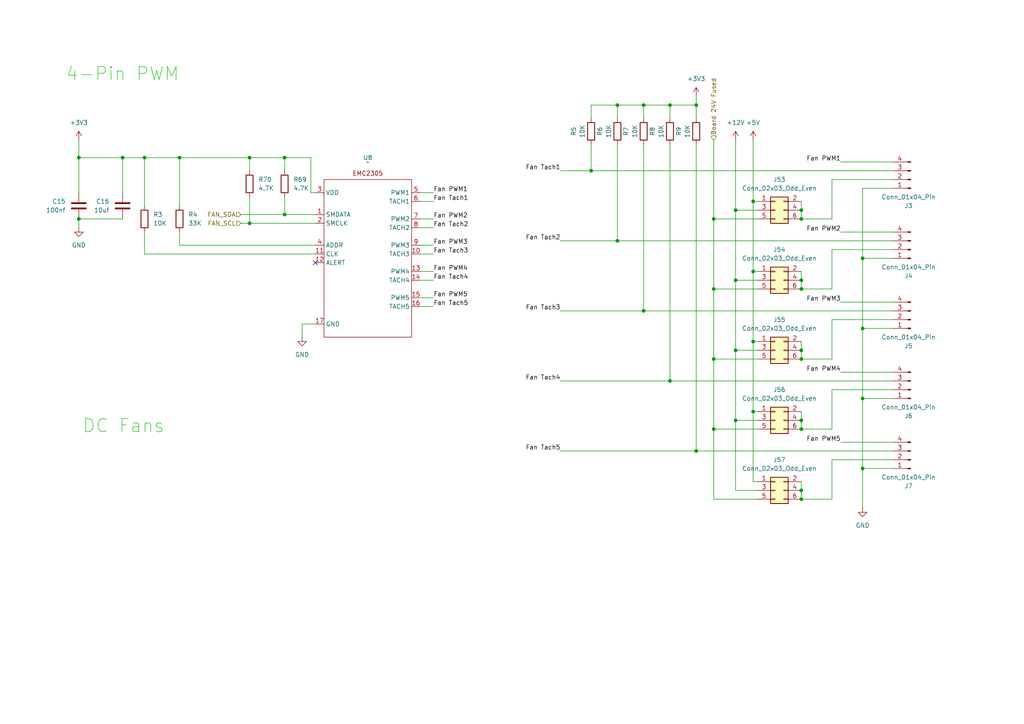
<source format=kicad_sch>
(kicad_sch (version 20231120) (generator "eeschema") (generator_version "8.0")
  (paper "A4")
  (lib_symbols
    (symbol "Connector:Conn_01x04_Pin" (pin_names (offset 1.016) hide)
      (property "Reference" "J" (at 0 5.08 0))
      (property "Value" "Conn_01x04_Pin" (at 0 -7.62 0))
      (symbol "Conn_01x04_Pin_1_1"
        (polyline (pts (xy 1.27 -5.08) (xy 0.8636 -5.08)) (stroke (width 0.1524)))
        (polyline (pts (xy 1.27 -2.54) (xy 0.8636 -2.54)) (stroke (width 0.1524)))
        (polyline (pts (xy 1.27 0) (xy 0.8636 0)) (stroke (width 0.1524)))
        (polyline (pts (xy 1.27 2.54) (xy 0.8636 2.54)) (stroke (width 0.1524)))
        (rectangle (start 0.8636 -4.953) (end 0 -5.207) (stroke (width 0.1524)) (fill (type outline)))
        (rectangle (start 0.8636 -2.413) (end 0 -2.667) (stroke (width 0.1524)) (fill (type outline)))
        (rectangle (start 0.8636 0.127) (end 0 -0.127) (stroke (width 0.1524)) (fill (type outline)))
        (rectangle (start 0.8636 2.667) (end 0 2.413) (stroke (width 0.1524)) (fill (type outline)))
        (pin passive line (at 5.08 2.54 180) (length 3.81) (name "Pin_1") (number "1"))
        (pin passive line (at 5.08 0 180) (length 3.81) (name "Pin_2") (number "2"))
        (pin passive line (at 5.08 -2.54 180) (length 3.81) (name "Pin_3") (number "3"))
        (pin passive line (at 5.08 -5.08 180) (length 3.81) (name "Pin_4") (number "4"))
      )
    )
    (symbol "Connector_Generic:Conn_02x03_Odd_Even" (pin_names (offset 1.016) hide)
      (property "Reference" "J" (at 1.27 5.08 0))
      (property "Value" "Conn_02x03_Odd_Even" (at 1.27 -5.08 0))
      (symbol "Conn_02x03_Odd_Even_1_1"
        (rectangle (start -1.27 -2.413) (end 0 -2.667) (stroke (width 0.1524)))
        (rectangle (start -1.27 0.127) (end 0 -0.127) (stroke (width 0.1524)))
        (rectangle (start -1.27 2.667) (end 0 2.413) (stroke (width 0.1524)))
        (rectangle (start -1.27 3.81) (end 3.81 -3.81) (stroke (width 0.254)) (fill (type background)))
        (rectangle (start 3.81 -2.413) (end 2.54 -2.667) (stroke (width 0.1524)))
        (rectangle (start 3.81 0.127) (end 2.54 -0.127) (stroke (width 0.1524)))
        (rectangle (start 3.81 2.667) (end 2.54 2.413) (stroke (width 0.1524)))
        (pin passive line (at -5.08 2.54 0) (length 3.81) (name "Pin_1") (number "1"))
        (pin passive line (at 7.62 2.54 180) (length 3.81) (name "Pin_2") (number "2"))
        (pin passive line (at -5.08 0 0) (length 3.81) (name "Pin_3") (number "3"))
        (pin passive line (at 7.62 0 180) (length 3.81) (name "Pin_4") (number "4"))
        (pin passive line (at -5.08 -2.54 0) (length 3.81) (name "Pin_5") (number "5"))
        (pin passive line (at 7.62 -2.54 180) (length 3.81) (name "Pin_6") (number "6"))
      )
    )
    (symbol "Device:C" (pin_numbers hide) (pin_names (offset 0.254))
      (property "Reference" "C" (at 0.635 2.54 0))
      (property "Value" "C" (at 0.635 -2.54 0))
      (symbol "C_0_1"
        (polyline (pts (xy -2.032 -0.762) (xy 2.032 -0.762)) (stroke (width 0.508)))
        (polyline (pts (xy -2.032 0.762) (xy 2.032 0.762)) (stroke (width 0.508)))
      )
      (symbol "C_1_1"
        (pin passive line (at 0 3.81 270) (length 2.794) (name "~") (number "1"))
        (pin passive line (at 0 -3.81 90) (length 2.794) (name "~") (number "2"))
      )
    )
    (symbol "Device:R" (pin_numbers hide) (pin_names (offset 0))
      (property "Reference" "R" (at 2.032 0 90))
      (property "Value" "R" (at 0 0 90))
      (symbol "R_0_1"
        (rectangle (start -1.016 -2.54) (end 1.016 2.54) (stroke (width 0.254)))
      )
      (symbol "R_1_1"
        (pin passive line (at 0 3.81 270) (length 1.27) (name "~") (number "1"))
        (pin passive line (at 0 -3.81 90) (length 1.27) (name "~") (number "2"))
      )
    )
    (symbol "EMC2305:EMC2305"
      (property "Reference" "U" (at 0 11.43 0))
      (symbol "EMC2305_0_1"
        (rectangle (start -12.7 7.62) (end 12.7 -38.1))
      )
      (symbol "EMC2305_1_1"
        (text "EMC2305" (at 0 9.398 0) (effects (font (size 1.27 1.27))))
        (pin bidirectional line (at -15.24 -2.54 0) (length 2.54) (name "SMDATA") (number "1"))
        (pin input line (at 15.24 -13.97 180) (length 2.54) (name "TACH3") (number "10"))
        (pin output line (at -15.24 -13.97 0) (length 2.54) (name "CLK") (number "11"))
        (pin output line (at -15.24 -16.51 0) (length 2.54) (name "ALERT") (number "12"))
        (pin output line (at 15.24 -19.05 180) (length 2.54) (name "PWM4") (number "13"))
        (pin input line (at 15.24 -21.59 180) (length 2.54) (name "TACH4") (number "14"))
        (pin output line (at 15.24 -26.67 180) (length 2.54) (name "PWM5") (number "15"))
        (pin input line (at 15.24 -29.21 180) (length 2.54) (name "TACH5") (number "16"))
        (pin output line (at -15.24 -34.29 0) (length 2.54) (name "GND") (number "17"))
        (pin input line (at -15.24 -5.08 0) (length 2.54) (name "SMCLK") (number "2"))
        (pin input line (at -15.24 3.81 0) (length 2.54) (name "VDD") (number "3"))
        (pin input line (at -15.24 -11.43 0) (length 2.54) (name "ADDR") (number "4"))
        (pin output line (at 15.24 3.81 180) (length 2.54) (name "PWM1") (number "5"))
        (pin input line (at 15.24 1.27 180) (length 2.54) (name "TACH1") (number "6"))
        (pin output line (at 15.24 -3.81 180) (length 2.54) (name "PWM2") (number "7"))
        (pin input line (at 15.24 -6.35 180) (length 2.54) (name "TACH2") (number "8"))
        (pin output line (at 15.24 -11.43 180) (length 2.54) (name "PWM3") (number "9"))
      )
    )
    (symbol "power:+12V" (power) (pin_numbers hide) (pin_names (offset 0) hide)
      (property "Value" "+12V" (at 0 3.556 0))
      (symbol "+12V_0_1"
        (polyline (pts (xy -0.762 1.27) (xy 0 2.54)))
        (polyline (pts (xy 0 0) (xy 0 2.54)))
        (polyline (pts (xy 0 2.54) (xy 0.762 1.27)))
      )
      (symbol "+12V_1_1"
        (pin power_in line (at 0 0 90) (length 0) (name "~") (number "1"))
      )
    )
    (symbol "power:+3V3" (power) (pin_numbers hide) (pin_names (offset 0) hide)
      (property "Value" "+3V3" (at 0 3.556 0))
      (symbol "+3V3_0_1"
        (polyline (pts (xy -0.762 1.27) (xy 0 2.54)))
        (polyline (pts (xy 0 0) (xy 0 2.54)))
        (polyline (pts (xy 0 2.54) (xy 0.762 1.27)))
      )
      (symbol "+3V3_1_1"
        (pin power_in line (at 0 0 90) (length 0) (name "~") (number "1"))
      )
    )
    (symbol "power:+5V" (power) (pin_numbers hide) (pin_names (offset 0) hide)
      (property "Value" "+5V" (at 0 3.556 0))
      (symbol "+5V_0_1"
        (polyline (pts (xy -0.762 1.27) (xy 0 2.54)))
        (polyline (pts (xy 0 0) (xy 0 2.54)))
        (polyline (pts (xy 0 2.54) (xy 0.762 1.27)))
      )
      (symbol "+5V_1_1"
        (pin power_in line (at 0 0 90) (length 0) (name "~") (number "1"))
      )
    )
    (symbol "power:GND" (power) (pin_numbers hide) (pin_names (offset 0) hide)
      (property "Value" "GND" (at 0 -3.81 0))
      (symbol "GND_0_1"
        (polyline (pts (xy 0 0) (xy 0 -1.27) (xy 1.27 -1.27) (xy 0 -2.54) (xy -1.27 -1.27) (xy 0 -1.27)))
      )
      (symbol "GND_1_1"
        (pin power_in line (at 0 0 270) (length 0) (name "~") (number "1"))
      )
    )
  )
  (junction (at 213.36 60.96))
  (junction (at 186.69 90.17))
  (junction (at 250.19 115.57))
  (junction (at 250.19 95.25))
  (junction (at 250.19 74.93))
  (junction (at 201.93 30.48))
  (junction (at 22.86 63.5))
  (junction (at 22.86 45.72))
  (junction (at 194.31 30.48))
  (junction (at 232.41 101.6))
  (junction (at 207.01 83.82))
  (junction (at 72.39 64.77))
  (junction (at 171.45 49.53))
  (junction (at 232.41 121.92))
  (junction (at 82.55 62.23))
  (junction (at 41.91 45.72))
  (junction (at 232.41 124.46))
  (junction (at 213.36 101.6))
  (junction (at 194.31 110.49))
  (junction (at 207.01 104.14))
  (junction (at 186.69 30.48))
  (junction (at 218.44 99.06))
  (junction (at 232.41 104.14))
  (junction (at 201.93 130.81))
  (junction (at 179.07 69.85))
  (junction (at 179.07 30.48))
  (junction (at 232.41 63.5))
  (junction (at 232.41 144.78))
  (junction (at 218.44 58.42))
  (junction (at 213.36 81.28))
  (junction (at 35.56 45.72))
  (junction (at 218.44 119.38))
  (junction (at 232.41 60.96))
  (junction (at 207.01 124.46))
  (junction (at 72.39 45.72))
  (junction (at 250.19 135.89))
  (junction (at 207.01 63.5))
  (junction (at 232.41 142.24))
  (junction (at 213.36 121.92))
  (junction (at 52.07 45.72))
  (junction (at 232.41 83.82))
  (junction (at 218.44 78.74))
  (junction (at 232.41 81.28))
  (junction (at 82.55 45.72))
  (no_connect (at 91.44 76.2))
  (wire (pts (xy 243.84 87.63) (xy 259.08 87.63)))
  (wire (pts (xy 179.07 30.48) (xy 186.69 30.48)))
  (wire (pts (xy 171.45 34.29) (xy 171.45 30.48)))
  (wire (pts (xy 232.41 139.7) (xy 232.41 142.24)))
  (wire (pts (xy 207.01 40.64) (xy 207.01 63.5)))
  (wire (pts (xy 121.92 58.42) (xy 125.73 58.42)))
  (wire (pts (xy 201.93 41.91) (xy 201.93 130.81)))
  (wire (pts (xy 121.92 73.66) (xy 125.73 73.66)))
  (wire (pts (xy 171.45 30.48) (xy 179.07 30.48)))
  (wire (pts (xy 22.86 40.64) (xy 22.86 45.72)))
  (wire (pts (xy 179.07 69.85) (xy 259.08 69.85)))
  (wire (pts (xy 250.19 115.57) (xy 250.19 135.89)))
  (wire (pts (xy 194.31 41.91) (xy 194.31 110.49)))
  (wire (pts (xy 201.93 30.48) (xy 201.93 34.29)))
  (wire (pts (xy 162.56 90.17) (xy 186.69 90.17)))
  (wire (pts (xy 207.01 83.82) (xy 207.01 104.14)))
  (wire (pts (xy 213.36 81.28) (xy 219.71 81.28)))
  (wire (pts (xy 69.85 64.77) (xy 72.39 64.77)))
  (wire (pts (xy 218.44 119.38) (xy 219.71 119.38)))
  (wire (pts (xy 243.84 128.27) (xy 259.08 128.27)))
  (wire (pts (xy 41.91 59.69) (xy 41.91 45.72)))
  (wire (pts (xy 207.01 83.82) (xy 219.71 83.82)))
  (wire (pts (xy 250.19 95.25) (xy 250.19 115.57)))
  (wire (pts (xy 232.41 142.24) (xy 232.41 144.78)))
  (wire (pts (xy 207.01 63.5) (xy 219.71 63.5)))
  (wire (pts (xy 52.07 45.72) (xy 52.07 59.69)))
  (wire (pts (xy 213.36 40.64) (xy 213.36 60.96)))
  (wire (pts (xy 87.63 97.79) (xy 87.63 93.98)))
  (wire (pts (xy 218.44 119.38) (xy 218.44 139.7)))
  (wire (pts (xy 121.92 88.9) (xy 125.73 88.9)))
  (wire (pts (xy 213.36 101.6) (xy 213.36 121.92)))
  (wire (pts (xy 121.92 55.88) (xy 125.73 55.88)))
  (wire (pts (xy 232.41 78.74) (xy 232.41 81.28)))
  (wire (pts (xy 162.56 110.49) (xy 194.31 110.49)))
  (wire (pts (xy 91.44 71.12) (xy 52.07 71.12)))
  (wire (pts (xy 186.69 90.17) (xy 259.08 90.17)))
  (wire (pts (xy 213.36 121.92) (xy 219.71 121.92)))
  (wire (pts (xy 22.86 45.72) (xy 22.86 55.88)))
  (wire (pts (xy 186.69 30.48) (xy 194.31 30.48)))
  (wire (pts (xy 82.55 62.23) (xy 91.44 62.23)))
  (wire (pts (xy 171.45 49.53) (xy 259.08 49.53)))
  (wire (pts (xy 250.19 135.89) (xy 250.19 147.32)))
  (wire (pts (xy 121.92 63.5) (xy 125.73 63.5)))
  (wire (pts (xy 186.69 34.29) (xy 186.69 30.48)))
  (wire (pts (xy 218.44 139.7) (xy 219.71 139.7)))
  (wire (pts (xy 241.3 63.5) (xy 241.3 52.07)))
  (wire (pts (xy 232.41 144.78) (xy 241.3 144.78)))
  (wire (pts (xy 218.44 78.74) (xy 218.44 99.06)))
  (wire (pts (xy 218.44 58.42) (xy 219.71 58.42)))
  (wire (pts (xy 41.91 73.66) (xy 41.91 67.31)))
  (wire (pts (xy 171.45 41.91) (xy 171.45 49.53)))
  (wire (pts (xy 207.01 104.14) (xy 207.01 124.46)))
  (wire (pts (xy 259.08 95.25) (xy 250.19 95.25)))
  (wire (pts (xy 243.84 46.99) (xy 259.08 46.99)))
  (wire (pts (xy 69.85 62.23) (xy 82.55 62.23)))
  (wire (pts (xy 91.44 73.66) (xy 41.91 73.66)))
  (wire (pts (xy 35.56 45.72) (xy 22.86 45.72)))
  (wire (pts (xy 218.44 40.64) (xy 218.44 58.42)))
  (wire (pts (xy 243.84 67.31) (xy 259.08 67.31)))
  (wire (pts (xy 186.69 41.91) (xy 186.69 90.17)))
  (wire (pts (xy 207.01 63.5) (xy 207.01 83.82)))
  (wire (pts (xy 72.39 45.72) (xy 82.55 45.72)))
  (wire (pts (xy 259.08 115.57) (xy 250.19 115.57)))
  (wire (pts (xy 35.56 45.72) (xy 35.56 55.88)))
  (wire (pts (xy 201.93 27.94) (xy 201.93 30.48)))
  (wire (pts (xy 52.07 71.12) (xy 52.07 67.31)))
  (wire (pts (xy 232.41 58.42) (xy 232.41 60.96)))
  (wire (pts (xy 90.17 45.72) (xy 90.17 55.88)))
  (wire (pts (xy 207.01 104.14) (xy 219.71 104.14)))
  (wire (pts (xy 121.92 71.12) (xy 125.73 71.12)))
  (wire (pts (xy 22.86 63.5) (xy 22.86 66.04)))
  (wire (pts (xy 232.41 81.28) (xy 232.41 83.82)))
  (wire (pts (xy 207.01 144.78) (xy 219.71 144.78)))
  (wire (pts (xy 241.3 133.35) (xy 259.08 133.35)))
  (wire (pts (xy 232.41 101.6) (xy 232.41 104.14)))
  (wire (pts (xy 250.19 54.61) (xy 250.19 74.93)))
  (wire (pts (xy 72.39 49.53) (xy 72.39 45.72)))
  (wire (pts (xy 90.17 55.88) (xy 91.44 55.88)))
  (wire (pts (xy 218.44 78.74) (xy 219.71 78.74)))
  (wire (pts (xy 82.55 45.72) (xy 82.55 49.53)))
  (wire (pts (xy 232.41 60.96) (xy 232.41 63.5)))
  (wire (pts (xy 82.55 45.72) (xy 90.17 45.72)))
  (wire (pts (xy 121.92 81.28) (xy 125.73 81.28)))
  (wire (pts (xy 207.01 124.46) (xy 219.71 124.46)))
  (wire (pts (xy 250.19 74.93) (xy 250.19 95.25)))
  (wire (pts (xy 201.93 130.81) (xy 259.08 130.81)))
  (wire (pts (xy 179.07 34.29) (xy 179.07 30.48)))
  (wire (pts (xy 207.01 124.46) (xy 207.01 144.78)))
  (wire (pts (xy 72.39 64.77) (xy 91.44 64.77)))
  (wire (pts (xy 35.56 45.72) (xy 41.91 45.72)))
  (wire (pts (xy 241.3 72.39) (xy 259.08 72.39)))
  (wire (pts (xy 241.3 83.82) (xy 241.3 72.39)))
  (wire (pts (xy 232.41 63.5) (xy 241.3 63.5)))
  (wire (pts (xy 162.56 130.81) (xy 201.93 130.81)))
  (wire (pts (xy 241.3 124.46) (xy 241.3 113.03)))
  (wire (pts (xy 241.3 104.14) (xy 241.3 92.71)))
  (wire (pts (xy 243.84 107.95) (xy 259.08 107.95)))
  (wire (pts (xy 218.44 99.06) (xy 218.44 119.38)))
  (wire (pts (xy 241.3 92.71) (xy 259.08 92.71)))
  (wire (pts (xy 162.56 49.53) (xy 171.45 49.53)))
  (wire (pts (xy 213.36 60.96) (xy 219.71 60.96)))
  (wire (pts (xy 241.3 144.78) (xy 241.3 133.35)))
  (wire (pts (xy 232.41 83.82) (xy 241.3 83.82)))
  (wire (pts (xy 259.08 74.93) (xy 250.19 74.93)))
  (wire (pts (xy 194.31 30.48) (xy 201.93 30.48)))
  (wire (pts (xy 194.31 34.29) (xy 194.31 30.48)))
  (wire (pts (xy 250.19 54.61) (xy 259.08 54.61)))
  (wire (pts (xy 41.91 45.72) (xy 52.07 45.72)))
  (wire (pts (xy 162.56 69.85) (xy 179.07 69.85)))
  (wire (pts (xy 121.92 66.04) (xy 125.73 66.04)))
  (wire (pts (xy 213.36 101.6) (xy 219.71 101.6)))
  (wire (pts (xy 72.39 57.15) (xy 72.39 64.77)))
  (wire (pts (xy 232.41 99.06) (xy 232.41 101.6)))
  (wire (pts (xy 218.44 99.06) (xy 219.71 99.06)))
  (wire (pts (xy 218.44 58.42) (xy 218.44 78.74)))
  (wire (pts (xy 213.36 142.24) (xy 219.71 142.24)))
  (wire (pts (xy 121.92 78.74) (xy 125.73 78.74)))
  (wire (pts (xy 213.36 60.96) (xy 213.36 81.28)))
  (wire (pts (xy 87.63 93.98) (xy 91.44 93.98)))
  (wire (pts (xy 250.19 135.89) (xy 259.08 135.89)))
  (wire (pts (xy 232.41 121.92) (xy 232.41 124.46)))
  (wire (pts (xy 22.86 63.5) (xy 35.56 63.5)))
  (wire (pts (xy 213.36 121.92) (xy 213.36 142.24)))
  (wire (pts (xy 241.3 52.07) (xy 259.08 52.07)))
  (wire (pts (xy 241.3 113.03) (xy 259.08 113.03)))
  (wire (pts (xy 121.92 86.36) (xy 125.73 86.36)))
  (wire (pts (xy 232.41 124.46) (xy 241.3 124.46)))
  (wire (pts (xy 82.55 57.15) (xy 82.55 62.23)))
  (wire (pts (xy 232.41 104.14) (xy 241.3 104.14)))
  (wire (pts (xy 179.07 41.91) (xy 179.07 69.85)))
  (wire (pts (xy 52.07 45.72) (xy 72.39 45.72)))
  (wire (pts (xy 232.41 119.38) (xy 232.41 121.92)))
  (wire (pts (xy 213.36 81.28) (xy 213.36 101.6)))
  (wire (pts (xy 194.31 110.49) (xy 259.08 110.49)))
  (text "DC Fans" (at 35.814 123.698 0) (effects (font (size 3.81 3.81))))
  (text "4-Pin PWM" (at 35.56 21.59 0) (effects (font (size 3.81 3.81))))
  (label "Fan Tach5" (at 162.56 130.81 180))
  (label "Fan PWM2" (at 243.84 67.31 180))
  (label "Fan Tach4" (at 125.73 81.28 0))
  (label "Fan PWM3" (at 243.84 87.63 180))
  (label "Fan Tach2" (at 162.56 69.85 180))
  (label "Fan Tach3" (at 125.73 73.66 0))
  (label "Fan PWM4" (at 243.84 107.95 180))
  (label "Fan Tach3" (at 162.56 90.17 180))
  (label "Fan Tach4" (at 162.56 110.49 180))
  (label "Fan Tach1" (at 125.73 58.42 0))
  (label "Fan PWM1" (at 243.84 46.99 180))
  (label "Fan PWM1" (at 125.73 55.88 0))
  (label "Fan PWM2" (at 125.73 63.5 0))
  (label "Fan PWM4" (at 125.73 78.74 0))
  (label "Fan Tach5" (at 125.73 88.9 0))
  (label "Fan Tach1" (at 162.56 49.53 180))
  (label "Fan PWM3" (at 125.73 71.12 0))
  (label "Fan Tach2" (at 125.73 66.04 0))
  (label "Fan PWM5" (at 125.73 86.36 0))
  (label "Fan PWM5" (at 243.84 128.27 180))
  (hierarchical_label "FAN_SCL" (shape input) (at 69.85 64.77 180))
  (hierarchical_label "Board 24V Fused" (shape input) (at 207.01 40.64 90))
  (hierarchical_label "FAN_SDA" (shape input) (at 69.85 62.23 180))
  (symbol (lib_id "Device:R") (at 82.55 53.34 0) (unit 1)
    (property "Reference" "R69" (at 85.09 52.0699 0) (effects (justify left)))
    (property "Value" "4.7K" (at 85.09 54.6099 0) (effects (justify left)))
    (property "Footprint" "Resistor_SMD:R_0603_1608Metric" (effects (hide yes)))
    (property "Description" "Resistor" (effects (hide yes)))
  )
  (symbol (lib_id "EMC2305:EMC2305") (at 106.68 59.69 0) (unit 1)
    (property "Reference" "U8" (at 106.68 45.72 0))
    (property "Value" "~" (at 106.68 46.99 0))
    (property "Footprint" "Package_DFN_QFN:QFN-16-1EP_4x4mm_P0.65mm_EP2.1x2.1mm" (effects (hide yes)))
  )
  (symbol (lib_id "Connector:Conn_01x04_Pin") (at 264.16 52.07 180) (unit 1)
    (property "Reference" "J3" (at 263.525 59.69 0))
    (property "Value" "Conn_01x04_Pin" (at 263.525 57.15 0))
    (property "Footprint" "Connector:FanPinHeader_1x04_P2.54mm_Vertical" (effects (hide yes)))
    (property "Description" "Generic connector, single row, 01x04, script generated" (effects (hide yes)))
  )
  (symbol (lib_id "Connector_Generic:Conn_02x03_Odd_Even") (at 224.79 142.24 0) (unit 1)
    (property "Reference" "J57" (at 226.06 133.35 0))
    (property "Value" "Conn_02x03_Odd_Even" (at 226.06 135.89 0))
    (property "Footprint" "Connector_PinHeader_2.54mm:PinHeader_2x03_P2.54mm_Vertical" (effects (hide yes)))
    (property "Description" "Generic connector, double row, 02x03, odd/even pin numbering scheme (row 1 odd numbers, row 2 even numbers), script generated (kicad-library-utils/schlib/autogen/connector/)" (effects (hide yes)))
  )
  (symbol (lib_id "Device:R") (at 41.91 63.5 0) (unit 1)
    (property "Reference" "R3" (at 44.45 62.2299 0) (effects (justify left)))
    (property "Value" "10K" (at 44.45 64.7699 0) (effects (justify left)))
    (property "Footprint" "Resistor_SMD:R_0603_1608Metric" (effects (hide yes)))
    (property "Description" "Resistor" (effects (hide yes)))
  )
  (symbol (lib_id "Device:R") (at 52.07 63.5 0) (unit 1)
    (property "Reference" "R4" (at 54.61 62.2299 0) (effects (justify left)))
    (property "Value" "33K" (at 54.61 64.7699 0) (effects (justify left)))
    (property "Footprint" "Resistor_SMD:R_0603_1608Metric" (effects (hide yes)))
    (property "Description" "Resistor" (effects (hide yes)))
  )
  (symbol (lib_id "Device:R") (at 171.45 38.1 0) (unit 1)
    (property "Reference" "R5" (at 166.37 38.1 90))
    (property "Value" "10K" (at 168.91 38.1 90))
    (property "Footprint" "Resistor_SMD:R_0402_1005Metric_Pad0.72x0.64mm_HandSolder" (effects (hide yes)))
    (property "Description" "Resistor" (effects (hide yes)))
  )
  (symbol (lib_id "Connector_Generic:Conn_02x03_Odd_Even") (at 224.79 121.92 0) (unit 1)
    (property "Reference" "J56" (at 226.06 113.03 0))
    (property "Value" "Conn_02x03_Odd_Even" (at 226.06 115.57 0))
    (property "Footprint" "Connector_PinHeader_2.54mm:PinHeader_2x03_P2.54mm_Vertical" (effects (hide yes)))
    (property "Description" "Generic connector, double row, 02x03, odd/even pin numbering scheme (row 1 odd numbers, row 2 even numbers), script generated (kicad-library-utils/schlib/autogen/connector/)" (effects (hide yes)))
  )
  (symbol (lib_id "Connector:Conn_01x04_Pin") (at 264.16 113.03 180) (unit 1)
    (property "Reference" "J6" (at 263.525 120.65 0))
    (property "Value" "Conn_01x04_Pin" (at 263.525 118.11 0))
    (property "Footprint" "Connector:FanPinHeader_1x04_P2.54mm_Vertical" (effects (hide yes)))
    (property "Description" "Generic connector, single row, 01x04, script generated" (effects (hide yes)))
  )
  (symbol (lib_id "Connector:Conn_01x04_Pin") (at 264.16 92.71 180) (unit 1)
    (property "Reference" "J5" (at 263.525 100.33 0))
    (property "Value" "Conn_01x04_Pin" (at 263.525 97.79 0))
    (property "Footprint" "Connector:FanPinHeader_1x04_P2.54mm_Vertical" (effects (hide yes)))
    (property "Description" "Generic connector, single row, 01x04, script generated" (effects (hide yes)))
  )
  (symbol (lib_id "Device:R") (at 201.93 38.1 0) (unit 1)
    (property "Reference" "R9" (at 196.85 38.1 90))
    (property "Value" "10K" (at 199.39 38.1 90))
    (property "Footprint" "Resistor_SMD:R_0402_1005Metric_Pad0.72x0.64mm_HandSolder" (effects (hide yes)))
    (property "Description" "Resistor" (effects (hide yes)))
  )
  (symbol (lib_id "Connector_Generic:Conn_02x03_Odd_Even") (at 224.79 60.96 0) (unit 1)
    (property "Reference" "J53" (at 226.06 52.07 0))
    (property "Value" "Conn_02x03_Odd_Even" (at 226.06 54.61 0))
    (property "Footprint" "Connector_PinHeader_2.54mm:PinHeader_2x03_P2.54mm_Vertical" (effects (hide yes)))
    (property "Description" "Generic connector, double row, 02x03, odd/even pin numbering scheme (row 1 odd numbers, row 2 even numbers), script generated (kicad-library-utils/schlib/autogen/connector/)" (effects (hide yes)))
  )
  (symbol (lib_id "Device:C") (at 22.86 59.69 0) (mirror y) (unit 1)
    (property "Reference" "C15" (at 19.05 58.4199 0) (effects (justify left)))
    (property "Value" "100nf" (at 19.05 60.9599 0) (effects (justify left)))
    (property "Footprint" "Capacitor_SMD:C_0603_1608Metric" (effects (hide yes)))
    (property "Description" "Unpolarized capacitor" (effects (hide yes)))
  )
  (symbol (lib_id "power:+3V3") (at 201.93 27.94 0) (unit 1)
    (property "Reference" "#PWR014" (effects (hide yes)))
    (property "Value" "+3V3" (at 201.93 22.86 0))
    (property "Description" "Power symbol creates a global label with name \"+3V3\"" (effects (hide yes)))
  )
  (symbol (lib_id "Device:R") (at 186.69 38.1 0) (unit 1)
    (property "Reference" "R7" (at 181.61 38.1 90))
    (property "Value" "10K" (at 184.15 38.1 90))
    (property "Footprint" "Resistor_SMD:R_0402_1005Metric_Pad0.72x0.64mm_HandSolder" (effects (hide yes)))
    (property "Description" "Resistor" (effects (hide yes)))
  )
  (symbol (lib_id "Connector_Generic:Conn_02x03_Odd_Even") (at 224.79 101.6 0) (unit 1)
    (property "Reference" "J55" (at 226.06 92.71 0))
    (property "Value" "Conn_02x03_Odd_Even" (at 226.06 95.25 0))
    (property "Footprint" "Connector_PinHeader_2.54mm:PinHeader_2x03_P2.54mm_Vertical" (effects (hide yes)))
    (property "Description" "Generic connector, double row, 02x03, odd/even pin numbering scheme (row 1 odd numbers, row 2 even numbers), script generated (kicad-library-utils/schlib/autogen/connector/)" (effects (hide yes)))
  )
  (symbol (lib_id "Connector:Conn_01x04_Pin") (at 264.16 72.39 180) (unit 1)
    (property "Reference" "J4" (at 263.525 80.01 0))
    (property "Value" "Conn_01x04_Pin" (at 263.525 77.47 0))
    (property "Footprint" "Connector:FanPinHeader_1x04_P2.54mm_Vertical" (effects (hide yes)))
    (property "Description" "Generic connector, single row, 01x04, script generated" (effects (hide yes)))
  )
  (symbol (lib_id "power:+3V3") (at 22.86 40.64 0) (unit 1)
    (property "Reference" "#PWR011" (effects (hide yes)))
    (property "Value" "+3V3" (at 22.86 35.56 0))
    (property "Description" "Power symbol creates a global label with name \"+3V3\"" (effects (hide yes)))
  )
  (symbol (lib_id "Device:R") (at 179.07 38.1 0) (unit 1)
    (property "Reference" "R6" (at 173.99 38.1 90))
    (property "Value" "10K" (at 176.53 38.1 90))
    (property "Footprint" "Resistor_SMD:R_0402_1005Metric_Pad0.72x0.64mm_HandSolder" (effects (hide yes)))
    (property "Description" "Resistor" (effects (hide yes)))
  )
  (symbol (lib_id "power:GND") (at 22.86 66.04 0) (mirror y) (unit 1)
    (property "Reference" "#PWR012" (effects (hide yes)))
    (property "Value" "GND" (at 22.86 71.12 0))
    (property "Description" "Power symbol creates a global label with name \"GND\" , ground" (effects (hide yes)))
  )
  (symbol (lib_id "Device:R") (at 72.39 53.34 0) (unit 1)
    (property "Reference" "R70" (at 74.93 52.0699 0) (effects (justify left)))
    (property "Value" "4.7K" (at 74.93 54.6099 0) (effects (justify left)))
    (property "Footprint" "Resistor_SMD:R_0603_1608Metric" (effects (hide yes)))
    (property "Description" "Resistor" (effects (hide yes)))
  )
  (symbol (lib_id "power:+5V") (at 218.44 40.64 0) (unit 1)
    (property "Reference" "#PWR0146" (effects (hide yes)))
    (property "Value" "+5V" (at 218.44 35.56 0))
    (property "Description" "Power symbol creates a global label with name \"+5V\"" (effects (hide yes)))
  )
  (symbol (lib_id "Connector_Generic:Conn_02x03_Odd_Even") (at 224.79 81.28 0) (unit 1)
    (property "Reference" "J54" (at 226.06 72.39 0))
    (property "Value" "Conn_02x03_Odd_Even" (at 226.06 74.93 0))
    (property "Footprint" "Connector_PinHeader_2.54mm:PinHeader_2x03_P2.54mm_Vertical" (effects (hide yes)))
    (property "Description" "Generic connector, double row, 02x03, odd/even pin numbering scheme (row 1 odd numbers, row 2 even numbers), script generated (kicad-library-utils/schlib/autogen/connector/)" (effects (hide yes)))
  )
  (symbol (lib_id "power:GND") (at 250.19 147.32 0) (unit 1)
    (property "Reference" "#PWR015" (effects (hide yes)))
    (property "Value" "GND" (at 250.19 152.4 0))
    (property "Description" "Power symbol creates a global label with name \"GND\" , ground" (effects (hide yes)))
  )
  (symbol (lib_id "Device:R") (at 194.31 38.1 0) (unit 1)
    (property "Reference" "R8" (at 189.23 38.1 90))
    (property "Value" "10K" (at 191.77 38.1 90))
    (property "Footprint" "Resistor_SMD:R_0402_1005Metric_Pad0.72x0.64mm_HandSolder" (effects (hide yes)))
    (property "Description" "Resistor" (effects (hide yes)))
  )
  (symbol (lib_id "Connector:Conn_01x04_Pin") (at 264.16 133.35 180) (unit 1)
    (property "Reference" "J7" (at 263.525 140.97 0))
    (property "Value" "Conn_01x04_Pin" (at 263.525 138.43 0))
    (property "Footprint" "Connector:FanPinHeader_1x04_P2.54mm_Vertical" (effects (hide yes)))
    (property "Description" "Generic connector, single row, 01x04, script generated" (effects (hide yes)))
  )
  (symbol (lib_id "Device:C") (at 35.56 59.69 0) (mirror y) (unit 1)
    (property "Reference" "C16" (at 31.75 58.4199 0) (effects (justify left)))
    (property "Value" "10uf" (at 31.75 60.9599 0) (effects (justify left)))
    (property "Footprint" "Capacitor_SMD:C_0603_1608Metric" (effects (hide yes)))
    (property "Description" "Unpolarized capacitor" (effects (hide yes)))
  )
  (symbol (lib_id "power:+12V") (at 213.36 40.64 0) (unit 1)
    (property "Reference" "#PWR0145" (effects (hide yes)))
    (property "Value" "+12V" (at 213.36 35.56 0))
    (property "Description" "Power symbol creates a global label with name \"+12V\"" (effects (hide yes)))
  )
  (symbol (lib_id "power:GND") (at 87.63 97.79 0) (unit 1)
    (property "Reference" "#PWR013" (effects (hide yes)))
    (property "Value" "GND" (at 87.63 102.87 0))
    (property "Description" "Power symbol creates a global label with name \"GND\" , ground" (effects (hide yes)))
  )
)
</source>
